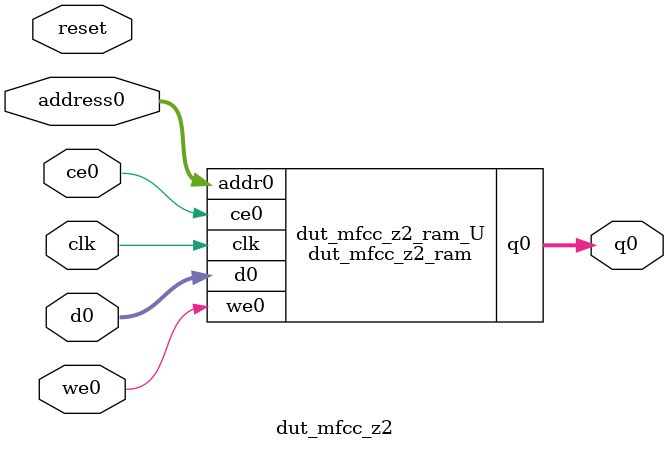
<source format=v>

`timescale 1 ns / 1 ps
module dut_mfcc_z2_ram (addr0, ce0, d0, we0, q0,  clk);

parameter DWIDTH = 32;
parameter AWIDTH = 8;
parameter MEM_SIZE = 129;

input[AWIDTH-1:0] addr0;
input ce0;
input[DWIDTH-1:0] d0;
input we0;
output reg[DWIDTH-1:0] q0;
input clk;

(* ram_style = "block" *)reg [DWIDTH-1:0] ram[MEM_SIZE-1:0];




always @(posedge clk)  
begin 
    if (ce0) 
    begin
        if (we0) 
        begin 
            ram[addr0] <= d0; 
            q0 <= d0;
        end 
        else 
            q0 <= ram[addr0];
    end
end


endmodule


`timescale 1 ns / 1 ps
module dut_mfcc_z2(
    reset,
    clk,
    address0,
    ce0,
    we0,
    d0,
    q0);

parameter DataWidth = 32'd32;
parameter AddressRange = 32'd129;
parameter AddressWidth = 32'd8;
input reset;
input clk;
input[AddressWidth - 1:0] address0;
input ce0;
input we0;
input[DataWidth - 1:0] d0;
output[DataWidth - 1:0] q0;



dut_mfcc_z2_ram dut_mfcc_z2_ram_U(
    .clk( clk ),
    .addr0( address0 ),
    .ce0( ce0 ),
    .d0( d0 ),
    .we0( we0 ),
    .q0( q0 ));

endmodule


</source>
